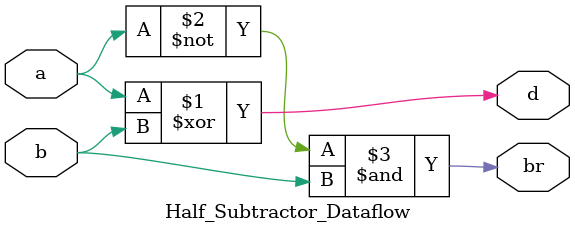
<source format=v>
`timescale 1ns / 1ps


module Half_Subtractor_Dataflow(
    br, 
    d,
    a, 
    b
    );
    
    output br;
    output d;
    input a;
    input b;
    
    assign d = a ^ b;
    assign br = ~a & b;
endmodule

</source>
